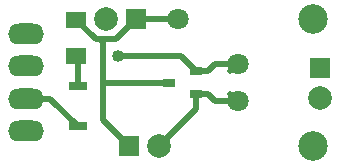
<source format=gbr>
%TF.GenerationSoftware,Novarm,DipTrace,3.0.0.1*%
%TF.CreationDate,2016-04-16T08:32:13+09:00*%
%FSLAX26Y26*%
%MOIN*%
%TF.FileFunction,Copper,L2,Bot*%
%TF.Part,Single*%
%TA.AperFunction,Conductor*%
%ADD13C,0.02*%
%TA.AperFunction,ComponentPad*%
%ADD14R,0.070866X0.070866*%
%ADD15C,0.07874*%
%ADD17R,0.062992X0.031496*%
%ADD18O,0.12X0.07*%
%TA.AperFunction,ComponentPad*%
%ADD19C,0.07874*%
%ADD21R,0.041339X0.025591*%
%ADD22R,0.070866X0.055118*%
%ADD24C,0.070866*%
%TA.AperFunction,ComponentPad*%
%ADD26C,0.098425*%
%TA.AperFunction,ViaPad*%
%ADD27C,0.04*%
G75*
G01*
%LPD*%
X512500Y-212500D2*
D13*
X637500Y-87500D1*
Y-37303D1*
X749803D2*
X775000Y-62500D1*
X637500Y-37303D2*
X674803D1*
X700000Y-62500D1*
X775000D1*
X241360Y-12493D2*
Y83640D1*
X237500Y87500D1*
X375000D2*
X587500D1*
X637500Y37500D1*
X750000D2*
X775000Y62500D1*
X637500Y37500D2*
X675000D1*
X700000Y62500D1*
X775000D1*
X437500Y212500D2*
Y200000D1*
X450000D1*
X237500Y209547D2*
X301816Y145231D1*
X314316D1*
X325000Y134547D1*
Y105D1*
Y-125000D1*
X412500Y-212500D1*
X314316Y145231D2*
X370231D1*
X437500Y212500D1*
X546949Y98D2*
X325000Y105D1*
X437500Y212500D2*
X575000D1*
X70000Y-54000D2*
X149008D1*
X241360Y-146352D1*
D27*
X375000Y87500D3*
D14*
X412500Y-212500D3*
D15*
X512500D3*
D14*
X437500Y212500D3*
D15*
X337500D3*
D17*
X241360Y-12493D3*
Y-146352D3*
D18*
X70005Y-161988D3*
Y54012D3*
Y-53988D3*
Y162012D3*
D14*
X1050000Y50000D3*
D19*
Y-50000D3*
D21*
X637500Y37500D3*
Y-37303D3*
X546949Y98D3*
D22*
X237500Y87500D3*
Y209547D3*
D24*
X575000Y212500D3*
X775000Y62500D3*
Y-62500D3*
D26*
X1025000Y212500D3*
Y-212500D3*
M02*

</source>
